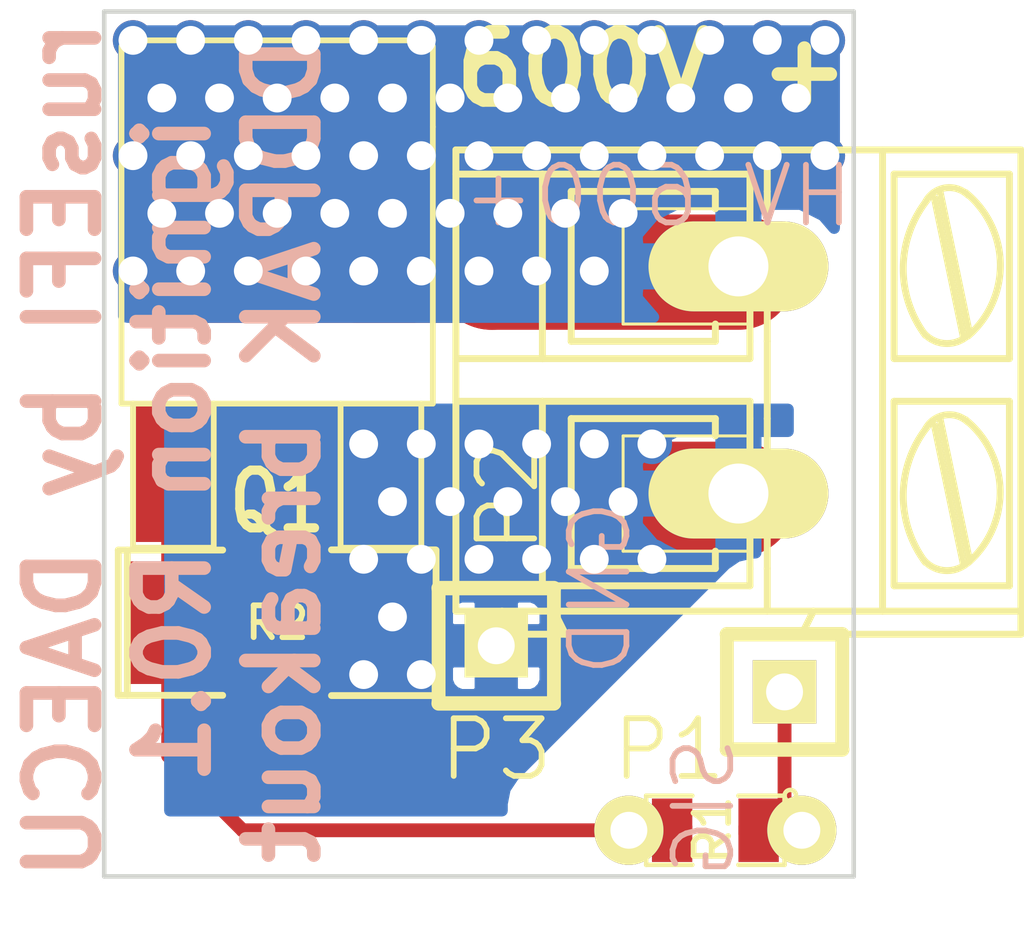
<source format=kicad_pcb>
(kicad_pcb (version 3) (host pcbnew "(2013-07-07 BZR 4022)-stable")

  (general
    (links 11)
    (no_connects 0)
    (area 200.225429 155.709477 231.089201 180.234166)
    (thickness 1.6)
    (drawings 13)
    (tracks 188)
    (zones 0)
    (modules 6)
    (nets 5)
  )

  (page A)
  (title_block 
    (title "DDPAK breakout")
    (rev R0.1)
    (company rusEFI)
  )

  (layers
    (15 F.Cu signal)
    (0 B.Cu signal)
    (16 B.Adhes user)
    (17 F.Adhes user)
    (18 B.Paste user)
    (19 F.Paste user)
    (20 B.SilkS user)
    (21 F.SilkS user)
    (22 B.Mask user)
    (23 F.Mask user)
    (24 Dwgs.User user)
    (25 Cmts.User user)
    (26 Eco1.User user)
    (27 Eco2.User user)
    (28 Edge.Cuts user)
  )

  (setup
    (last_trace_width 0.3048)
    (trace_clearance 0.3048)
    (zone_clearance 0.254)
    (zone_45_only no)
    (trace_min 0.254)
    (segment_width 0.2)
    (edge_width 0.1)
    (via_size 0.889)
    (via_drill 0.635)
    (via_min_size 0.889)
    (via_min_drill 0.508)
    (uvia_size 0.508)
    (uvia_drill 0.127)
    (uvias_allowed no)
    (uvia_min_size 0.508)
    (uvia_min_drill 0.127)
    (pcb_text_width 0.3)
    (pcb_text_size 1.5 1.5)
    (mod_edge_width 0.15)
    (mod_text_size 1 1)
    (mod_text_width 0.15)
    (pad_size 1.5 1.5)
    (pad_drill 0.6)
    (pad_to_mask_clearance 0)
    (aux_axis_origin 0 0)
    (visible_elements 7FFFFF3F)
    (pcbplotparams
      (layerselection 3178497)
      (usegerberextensions true)
      (excludeedgelayer true)
      (linewidth 0.150000)
      (plotframeref false)
      (viasonmask false)
      (mode 1)
      (useauxorigin false)
      (hpglpennumber 1)
      (hpglpenspeed 20)
      (hpglpendiameter 15)
      (hpglpenoverlay 2)
      (psnegative false)
      (psa4output false)
      (plotreference true)
      (plotvalue true)
      (plotothertext true)
      (plotinvisibletext false)
      (padsonsilk false)
      (subtractmaskfromsilk false)
      (outputformat 1)
      (mirror false)
      (drillshape 1)
      (scaleselection 1)
      (outputdirectory ""))
  )

  (net 0 "")
  (net 1 /GND)
  (net 2 /HV)
  (net 3 /SIG)
  (net 4 /SIG2)

  (net_class Default "This is the default net class."
    (clearance 0.3048)
    (trace_width 0.3048)
    (via_dia 0.889)
    (via_drill 0.635)
    (uvia_dia 0.508)
    (uvia_drill 0.127)
    (add_net "")
    (add_net /GND)
    (add_net /HV)
    (add_net /SIG)
    (add_net /SIG2)
  )

  (net_class FAT ""
    (clearance 1.7526)
    (trace_width 2.54)
    (via_dia 0.889)
    (via_drill 0.635)
    (uvia_dia 0.508)
    (uvia_drill 0.127)
  )

  (net_class MIN ""
    (clearance 2.54)
    (trace_width 0.3048)
    (via_dia 0.889)
    (via_drill 0.635)
    (uvia_dia 0.508)
    (uvia_drill 0.127)
  )

  (module SM0805_jumper (layer F.Cu) (tedit 53B680BA) (tstamp 544A797B)
    (at 221.742 176.784 180)
    (path /54499D02)
    (attr smd)
    (fp_text reference R1 (at 0.0635 0 270) (layer F.SilkS)
      (effects (font (size 0.762 0.762) (thickness 0.127)))
    )
    (fp_text value 1K (at 0 1.27 180) (layer F.SilkS) hide
      (effects (font (size 0.50038 0.50038) (thickness 0.10922)))
    )
    (fp_circle (center -1.651 0.762) (end -1.651 0.635) (layer F.SilkS) (width 0.09906))
    (fp_line (start -0.508 0.762) (end -1.524 0.762) (layer F.SilkS) (width 0.09906))
    (fp_line (start -1.524 0.762) (end -1.524 -0.762) (layer F.SilkS) (width 0.09906))
    (fp_line (start -1.524 -0.762) (end -0.508 -0.762) (layer F.SilkS) (width 0.09906))
    (fp_line (start 0.508 -0.762) (end 1.524 -0.762) (layer F.SilkS) (width 0.09906))
    (fp_line (start 1.524 -0.762) (end 1.524 0.762) (layer F.SilkS) (width 0.09906))
    (fp_line (start 1.524 0.762) (end 0.508 0.762) (layer F.SilkS) (width 0.09906))
    (pad 2 smd rect (at 1.27 0 180) (size 1.524 0.2032)
      (layers F.Cu F.Paste F.Mask)
      (net 4 /SIG2)
    )
    (pad 1 smd rect (at -0.9525 0 180) (size 0.889 1.397)
      (layers F.Cu F.Paste F.Mask)
      (net 3 /SIG)
    )
    (pad 2 smd rect (at 0.9525 0 180) (size 0.889 1.397)
      (layers F.Cu F.Paste F.Mask)
      (net 4 /SIG2)
    )
    (pad 2 thru_hole circle (at 1.905 0 180) (size 1.524 1.524) (drill 0.8128)
      (layers *.Cu *.Mask F.SilkS)
      (net 4 /SIG2)
    )
    (pad 1 thru_hole circle (at -1.905 0 180) (size 1.524 1.524) (drill 0.8128)
      (layers *.Cu *.Mask F.SilkS)
      (net 3 /SIG)
    )
    (pad 1 smd rect (at -1.27 0 180) (size 1.524 0.2032)
      (layers F.Cu F.Paste F.Mask)
      (net 3 /SIG)
    )
    (model smd/chip_cms.wrl
      (at (xyz 0 0 0))
      (scale (xyz 0.1 0.1 0.1))
      (rotate (xyz 0 0 0))
    )
  )

  (module DPAK2 (layer F.Cu) (tedit 5449A3A9) (tstamp 5449C06D)
    (at 212.09 168.91)
    (descr "MOS boitier DPACK G-D-S")
    (tags "CMD DPACK")
    (path /54499B8E)
    (attr smd)
    (fp_text reference Q1 (at 0 0.635) (layer F.SilkS)
      (effects (font (size 1.27 1.016) (thickness 0.2032)))
    )
    (fp_text value IRGS14C40L (at 0 -2.413) (layer F.SilkS) hide
      (effects (font (size 1.016 1.016) (thickness 0.2032)))
    )
    (fp_line (start 1.397 -1.524) (end 1.397 1.651) (layer F.SilkS) (width 0.127))
    (fp_line (start 1.397 1.651) (end 3.175 1.651) (layer F.SilkS) (width 0.127))
    (fp_line (start 3.175 1.651) (end 3.175 -1.524) (layer F.SilkS) (width 0.127))
    (fp_line (start -3.175 -1.524) (end -3.175 1.651) (layer F.SilkS) (width 0.127))
    (fp_line (start -3.175 1.651) (end -1.397 1.651) (layer F.SilkS) (width 0.127))
    (fp_line (start -1.397 1.651) (end -1.397 -1.524) (layer F.SilkS) (width 0.127))
    (fp_line (start 3.429 -7.62) (end 3.429 -1.524) (layer F.SilkS) (width 0.127))
    (fp_line (start 3.429 -1.524) (end -3.429 -1.524) (layer F.SilkS) (width 0.127))
    (fp_line (start -3.429 -1.524) (end -3.429 -9.398) (layer F.SilkS) (width 0.127))
    (fp_line (start -3.429 -9.525) (end 3.429 -9.525) (layer F.SilkS) (width 0.127))
    (fp_line (start 3.429 -9.398) (end 3.429 -7.62) (layer F.SilkS) (width 0.127))
    (pad 1 smd rect (at -2.286 0) (size 1.651 3.048)
      (layers F.Cu F.Paste F.Mask)
      (net 4 /SIG2)
    )
    (pad 2 smd rect (at 0 -6.35) (size 6.096 6.096)
      (layers F.Cu F.Paste F.Mask)
      (net 2 /HV)
    )
    (pad 3 smd rect (at 2.286 0) (size 1.651 3.048)
      (layers F.Cu F.Paste F.Mask)
      (net 1 /GND)
    )
    (model smd/dpack_2.wrl
      (at (xyz 0 0 0))
      (scale (xyz 1 1 1))
      (rotate (xyz 0 0 0))
    )
  )

  (module AK300-2 (layer F.Cu) (tedit 544A157D) (tstamp 544A2601)
    (at 222.25 166.878 270)
    (descr CONNECTOR)
    (tags CONNECTOR)
    (path /5449A1BA)
    (attr virtual)
    (fp_text reference P2 (at 2.54 5.08 270) (layer F.SilkS)
      (effects (font (size 1.27 1.27) (thickness 0.127)))
    )
    (fp_text value CONN_2 (at 0.254 7.747 270) (layer F.SilkS) hide
      (effects (font (size 1.778 1.778) (thickness 0.0889)))
    )
    (fp_line (start -3.7846 2.54) (end -1.2446 2.54) (layer F.SilkS) (width 0.06604))
    (fp_line (start -1.2446 2.54) (end -1.2446 -0.254) (layer F.SilkS) (width 0.06604))
    (fp_line (start -3.7846 -0.254) (end -1.2446 -0.254) (layer F.SilkS) (width 0.06604))
    (fp_line (start -3.7846 2.54) (end -3.7846 -0.254) (layer F.SilkS) (width 0.06604))
    (fp_line (start 1.2192 2.54) (end 3.7592 2.54) (layer F.SilkS) (width 0.06604))
    (fp_line (start 3.7592 2.54) (end 3.7592 -0.254) (layer F.SilkS) (width 0.06604))
    (fp_line (start 1.2192 -0.254) (end 3.7592 -0.254) (layer F.SilkS) (width 0.06604))
    (fp_line (start 1.2192 2.54) (end 1.2192 -0.254) (layer F.SilkS) (width 0.06604))
    (fp_line (start 5.08 -6.223) (end 5.08 -3.175) (layer F.SilkS) (width 0.1524))
    (fp_line (start 5.08 -6.223) (end -5.08 -6.223) (layer F.SilkS) (width 0.1524))
    (fp_line (start 5.08 -6.223) (end 5.588 -6.223) (layer F.SilkS) (width 0.1524))
    (fp_line (start 5.588 -6.223) (end 5.588 -1.397) (layer F.SilkS) (width 0.1524))
    (fp_line (start 5.588 -1.397) (end 5.08 -1.651) (layer F.SilkS) (width 0.1524))
    (fp_line (start 5.588 5.461) (end 5.08 5.207) (layer F.SilkS) (width 0.1524))
    (fp_line (start 5.08 5.207) (end 5.08 6.223) (layer F.SilkS) (width 0.1524))
    (fp_line (start 5.588 3.81) (end 5.08 4.064) (layer F.SilkS) (width 0.1524))
    (fp_line (start 5.08 4.064) (end 5.08 5.207) (layer F.SilkS) (width 0.1524))
    (fp_line (start 5.588 3.81) (end 5.588 5.461) (layer F.SilkS) (width 0.1524))
    (fp_line (start 0.4572 6.223) (end 0.4572 4.318) (layer F.SilkS) (width 0.1524))
    (fp_line (start 4.5212 -0.254) (end 4.5212 4.318) (layer F.SilkS) (width 0.1524))
    (fp_line (start 0.4572 6.223) (end 4.5212 6.223) (layer F.SilkS) (width 0.1524))
    (fp_line (start 4.5212 6.223) (end 5.08 6.223) (layer F.SilkS) (width 0.1524))
    (fp_line (start -0.4826 6.223) (end -0.4826 4.318) (layer F.SilkS) (width 0.1524))
    (fp_line (start -0.4826 6.223) (end 0.4572 6.223) (layer F.SilkS) (width 0.1524))
    (fp_line (start -4.5466 -0.254) (end -4.5466 4.318) (layer F.SilkS) (width 0.1524))
    (fp_line (start -5.08 6.223) (end -4.5466 6.223) (layer F.SilkS) (width 0.1524))
    (fp_line (start -4.5466 6.223) (end -0.4826 6.223) (layer F.SilkS) (width 0.1524))
    (fp_line (start 0.4572 4.318) (end 4.5212 4.318) (layer F.SilkS) (width 0.1524))
    (fp_line (start 0.4572 4.318) (end 0.4572 -0.254) (layer F.SilkS) (width 0.1524))
    (fp_line (start 4.5212 4.318) (end 4.5212 6.223) (layer F.SilkS) (width 0.1524))
    (fp_line (start -0.4826 4.318) (end -4.5466 4.318) (layer F.SilkS) (width 0.1524))
    (fp_line (start -0.4826 4.318) (end -0.4826 -0.254) (layer F.SilkS) (width 0.1524))
    (fp_line (start -4.5466 4.318) (end -4.5466 6.223) (layer F.SilkS) (width 0.1524))
    (fp_line (start 4.1402 3.683) (end 4.1402 0.508) (layer F.SilkS) (width 0.1524))
    (fp_line (start 4.1402 3.683) (end 0.8382 3.683) (layer F.SilkS) (width 0.1524))
    (fp_line (start 0.8382 3.683) (end 0.8382 0.508) (layer F.SilkS) (width 0.1524))
    (fp_line (start -0.8636 3.683) (end -0.8636 0.508) (layer F.SilkS) (width 0.1524))
    (fp_line (start -0.8636 3.683) (end -4.1656 3.683) (layer F.SilkS) (width 0.1524))
    (fp_line (start -4.1656 3.683) (end -4.1656 0.508) (layer F.SilkS) (width 0.1524))
    (fp_line (start -4.1656 0.508) (end -3.7846 0.508) (layer F.SilkS) (width 0.1524))
    (fp_line (start -0.8636 0.508) (end -1.2446 0.508) (layer F.SilkS) (width 0.1524))
    (fp_line (start 0.8382 0.508) (end 1.2192 0.508) (layer F.SilkS) (width 0.1524))
    (fp_line (start 4.1402 0.508) (end 3.7592 0.508) (layer F.SilkS) (width 0.1524))
    (fp_line (start -5.08 6.223) (end -5.08 -0.635) (layer F.SilkS) (width 0.1524))
    (fp_line (start -5.08 -0.635) (end -5.08 -3.175) (layer F.SilkS) (width 0.1524))
    (fp_line (start 5.08 -1.651) (end 5.08 -0.635) (layer F.SilkS) (width 0.1524))
    (fp_line (start 5.08 -0.635) (end 5.08 4.064) (layer F.SilkS) (width 0.1524))
    (fp_line (start -5.08 -3.175) (end 5.08 -3.175) (layer F.SilkS) (width 0.1524))
    (fp_line (start -5.08 -3.175) (end -5.08 -6.223) (layer F.SilkS) (width 0.1524))
    (fp_line (start 5.08 -3.175) (end 5.08 -1.651) (layer F.SilkS) (width 0.1524))
    (fp_line (start 0.4572 -3.429) (end 0.4572 -5.969) (layer F.SilkS) (width 0.1524))
    (fp_line (start 0.4572 -5.969) (end 4.5212 -5.969) (layer F.SilkS) (width 0.1524))
    (fp_line (start 4.5212 -5.969) (end 4.5212 -3.429) (layer F.SilkS) (width 0.1524))
    (fp_line (start 4.5212 -3.429) (end 0.4572 -3.429) (layer F.SilkS) (width 0.1524))
    (fp_line (start -0.4826 -3.429) (end -0.4826 -5.969) (layer F.SilkS) (width 0.1524))
    (fp_line (start -0.4826 -3.429) (end -4.5466 -3.429) (layer F.SilkS) (width 0.1524))
    (fp_line (start -4.5466 -3.429) (end -4.5466 -5.969) (layer F.SilkS) (width 0.1524))
    (fp_line (start -0.4826 -5.969) (end -4.5466 -5.969) (layer F.SilkS) (width 0.1524))
    (fp_line (start 0.8636 -4.445) (end 3.9116 -5.08) (layer F.SilkS) (width 0.1524))
    (fp_line (start 0.9906 -4.318) (end 4.0386 -4.953) (layer F.SilkS) (width 0.1524))
    (fp_line (start -4.1402 -4.445) (end -1.08966 -5.08) (layer F.SilkS) (width 0.1524))
    (fp_line (start -4.0132 -4.318) (end -0.9652 -4.953) (layer F.SilkS) (width 0.1524))
    (fp_line (start -4.5466 -0.254) (end -4.1656 -0.254) (layer F.SilkS) (width 0.1524))
    (fp_line (start -0.4826 -0.254) (end -0.8636 -0.254) (layer F.SilkS) (width 0.1524))
    (fp_line (start -0.8636 -0.254) (end -4.1656 -0.254) (layer F.SilkS) (width 0.1524))
    (fp_line (start -5.08 -0.635) (end -4.1656 -0.635) (layer F.SilkS) (width 0.1524))
    (fp_line (start -4.1656 -0.635) (end -0.8636 -0.635) (layer F.SilkS) (width 0.1524))
    (fp_line (start -0.8636 -0.635) (end 0.8382 -0.635) (layer F.SilkS) (width 0.1524))
    (fp_line (start 5.08 -0.635) (end 4.1402 -0.635) (layer F.SilkS) (width 0.1524))
    (fp_line (start 4.1402 -0.635) (end 0.8382 -0.635) (layer F.SilkS) (width 0.1524))
    (fp_line (start 4.5212 -0.254) (end 4.1402 -0.254) (layer F.SilkS) (width 0.1524))
    (fp_line (start 0.4572 -0.254) (end 0.8382 -0.254) (layer F.SilkS) (width 0.1524))
    (fp_line (start 0.8382 -0.254) (end 4.1402 -0.254) (layer F.SilkS) (width 0.1524))
    (fp_arc (start 3.5052 -4.59486) (end 4.01066 -5.05206) (angle 90.5) (layer F.SilkS) (width 0.1524))
    (fp_arc (start 2.54 -6.0706) (end 4.00304 -4.11734) (angle 75.5) (layer F.SilkS) (width 0.1524))
    (fp_arc (start 2.46126 -3.7084) (end 0.8636 -5.0038) (angle 100) (layer F.SilkS) (width 0.1524))
    (fp_arc (start 1.3462 -4.64566) (end 1.05664 -4.1275) (angle 104.2) (layer F.SilkS) (width 0.1524))
    (fp_arc (start -1.4986 -4.59486) (end -0.9906 -5.05206) (angle 90.5) (layer F.SilkS) (width 0.1524))
    (fp_arc (start -2.46126 -6.0706) (end -0.99822 -4.11734) (angle 75.5) (layer F.SilkS) (width 0.1524))
    (fp_arc (start -2.53746 -3.7084) (end -4.1402 -5.0038) (angle 100) (layer F.SilkS) (width 0.1524))
    (fp_arc (start -3.6576 -4.64566) (end -3.94462 -4.1275) (angle 104.2) (layer F.SilkS) (width 0.1524))
    (pad 1 thru_hole oval (at -2.5146 0 270) (size 1.9812 3.9624) (drill 1.3208)
      (layers *.Cu F.Paste F.SilkS F.Mask)
      (net 2 /HV)
    )
    (pad 2 thru_hole oval (at 2.4892 0 270) (size 1.9812 3.9624) (drill 1.3208)
      (layers *.Cu F.Paste F.SilkS F.Mask)
      (net 1 /GND)
    )
  )

  (module SM2010 (layer F.Cu) (tedit 544A1B10) (tstamp 5449C04A)
    (at 212.09 172.212)
    (tags "CMS SM")
    (path /54499C42)
    (attr smd)
    (fp_text reference R2 (at 0 0) (layer F.SilkS)
      (effects (font (size 0.70104 0.70104) (thickness 0.127)))
    )
    (fp_text value 100K (at 0 0.8) (layer F.SilkS) hide
      (effects (font (size 0.70104 0.70104) (thickness 0.127)))
    )
    (fp_line (start -3.3 -1.6) (end -3.3 1.6) (layer F.SilkS) (width 0.15))
    (fp_line (start 3.50012 -1.6002) (end 3.50012 1.6002) (layer F.SilkS) (width 0.15))
    (fp_line (start -3.5 -1.6) (end -3.5 1.6) (layer F.SilkS) (width 0.15))
    (fp_line (start 1.19634 1.60528) (end 3.48234 1.60528) (layer F.SilkS) (width 0.15))
    (fp_line (start 3.48234 -1.60528) (end 1.19634 -1.60528) (layer F.SilkS) (width 0.15))
    (fp_line (start -1.2 -1.6) (end -3.5 -1.6) (layer F.SilkS) (width 0.15))
    (fp_line (start -3.5 1.6) (end -1.2 1.6) (layer F.SilkS) (width 0.15))
    (pad 1 smd rect (at -2.4003 0) (size 1.80086 2.70002)
      (layers F.Cu F.Paste F.Mask)
      (net 4 /SIG2)
    )
    (pad 2 smd rect (at 2.4003 0) (size 1.80086 2.70002)
      (layers F.Cu F.Paste F.Mask)
      (net 1 /GND)
    )
    (model smd\chip_smd_pol_wide.wrl
      (at (xyz 0 0 0))
      (scale (xyz 0.35 0.35 0.35))
      (rotate (xyz 0 0 0))
    )
  )

  (module SIL-1 (layer F.Cu) (tedit 544A1D71) (tstamp 544A798F)
    (at 216.916 172.72)
    (descr "Connecteurs 1 pin")
    (tags "CONN DEV")
    (path /544A1CD8)
    (fp_text reference P3 (at 0 2.286) (layer F.SilkS)
      (effects (font (size 1.27 1.27) (thickness 0.127)))
    )
    (fp_text value CONN_1 (at 0 -2.54) (layer F.SilkS) hide
      (effects (font (size 1.524 1.016) (thickness 0.254)))
    )
    (fp_line (start -1.27 1.27) (end 1.27 1.27) (layer F.SilkS) (width 0.3175))
    (fp_line (start -1.27 -1.27) (end 1.27 -1.27) (layer F.SilkS) (width 0.3175))
    (fp_line (start -1.27 1.27) (end -1.27 -1.27) (layer F.SilkS) (width 0.3048))
    (fp_line (start 1.27 -1.27) (end 1.27 1.27) (layer F.SilkS) (width 0.3048))
    (pad 1 thru_hole rect (at 0 0) (size 1.397 1.397) (drill 0.8128)
      (layers *.Cu *.Mask F.SilkS)
      (net 1 /GND)
    )
  )

  (module SIL-1 (layer F.Cu) (tedit 544A1F68) (tstamp 544A7985)
    (at 223.266 173.736 180)
    (descr "Connecteurs 1 pin")
    (tags "CONN DEV")
    (path /544A1CBF)
    (fp_text reference P1 (at 2.54 -1.27 180) (layer F.SilkS)
      (effects (font (size 1.27 1.27) (thickness 0.127)))
    )
    (fp_text value CONN_1 (at 0 -2.54 180) (layer F.SilkS) hide
      (effects (font (size 1.524 1.016) (thickness 0.254)))
    )
    (fp_line (start -1.27 1.27) (end 1.27 1.27) (layer F.SilkS) (width 0.3175))
    (fp_line (start -1.27 -1.27) (end 1.27 -1.27) (layer F.SilkS) (width 0.3175))
    (fp_line (start -1.27 1.27) (end -1.27 -1.27) (layer F.SilkS) (width 0.3048))
    (fp_line (start 1.27 -1.27) (end 1.27 1.27) (layer F.SilkS) (width 0.3048))
    (pad 1 thru_hole rect (at 0 0 180) (size 1.397 1.397) (drill 0.8128)
      (layers *.Cu *.Mask F.SilkS)
      (net 3 /SIG)
    )
  )

  (gr_text "HV 600+" (at 220.472 162.814) (layer B.SilkS)
    (effects (font (size 1.27 1.27) (thickness 0.127)) (justify mirror))
  )
  (gr_text SIG (at 221.488 176.276 90) (layer B.SilkS)
    (effects (font (size 1.27 1.27) (thickness 0.127)) (justify mirror))
  )
  (gr_text GND (at 219.202 171.45 90) (layer B.SilkS)
    (effects (font (size 1.27 1.27) (thickness 0.127)) (justify mirror))
  )
  (gr_text "rusEFI by DAECU\nignition R0.1\nDDPAK breakout\n" (at 209.804 168.402 90) (layer B.SilkS)
    (effects (font (size 1.5 1.5) (thickness 0.3)) (justify mirror))
  )
  (gr_line (start 208.28 177.8) (end 208.28 177.038) (angle 90) (layer Edge.Cuts) (width 0.1))
  (gr_line (start 224.79 177.8) (end 224.79 177.038) (angle 90) (layer Edge.Cuts) (width 0.1))
  (gr_line (start 208.28 176.53) (end 208.28 177.038) (angle 90) (layer Edge.Cuts) (width 0.1))
  (gr_line (start 224.79 176.53) (end 224.79 177.038) (angle 90) (layer Edge.Cuts) (width 0.1))
  (gr_text "600V +" (at 220.345 160.02) (layer F.SilkS)
    (effects (font (size 1.5 1.5) (thickness 0.3)))
  )
  (gr_line (start 224.79 177.8) (end 208.28 177.8) (angle 90) (layer Edge.Cuts) (width 0.1))
  (gr_line (start 224.79 158.75) (end 224.79 176.53) (angle 90) (layer Edge.Cuts) (width 0.1))
  (gr_line (start 208.28 158.75) (end 224.79 158.75) (angle 90) (layer Edge.Cuts) (width 0.1))
  (gr_line (start 208.28 176.53) (end 208.28 158.75) (angle 90) (layer Edge.Cuts) (width 0.1))

  (segment (start 222.25 169.3672) (end 215.0872 169.3672) (width 0.3048) (layer B.Cu) (net 1))
  (segment (start 215.0872 169.3672) (end 213.995 168.275) (width 0.3048) (layer B.Cu) (net 1) (tstamp 544A7AE7))
  (via (at 213.995 168.275) (size 0.889) (layers F.Cu B.Cu) (net 1))
  (segment (start 213.995 168.275) (end 215.265 168.275) (width 0.3048) (layer F.Cu) (net 1) (tstamp 544A7AE9))
  (via (at 215.265 168.275) (size 0.889) (layers F.Cu B.Cu) (net 1))
  (segment (start 215.265 168.275) (end 216.535 168.275) (width 0.3048) (layer B.Cu) (net 1) (tstamp 544A7AEC))
  (via (at 216.535 168.275) (size 0.889) (layers F.Cu B.Cu) (net 1))
  (segment (start 216.535 168.275) (end 217.805 168.275) (width 0.3048) (layer F.Cu) (net 1) (tstamp 544A7AEF))
  (via (at 217.805 168.275) (size 0.889) (layers F.Cu B.Cu) (net 1))
  (segment (start 217.805 168.275) (end 219.075 168.275) (width 0.3048) (layer B.Cu) (net 1) (tstamp 544A7AF2))
  (via (at 219.075 168.275) (size 0.889) (layers F.Cu B.Cu) (net 1))
  (segment (start 219.075 168.275) (end 220.345 168.275) (width 0.3048) (layer F.Cu) (net 1) (tstamp 544A7AF5))
  (via (at 220.345 168.275) (size 0.889) (layers F.Cu B.Cu) (net 1))
  (segment (start 220.345 168.275) (end 219.71 168.91) (width 0.3048) (layer B.Cu) (net 1) (tstamp 544A7AF8))
  (segment (start 219.71 168.91) (end 219.71 169.545) (width 0.3048) (layer B.Cu) (net 1) (tstamp 544A7AF9))
  (via (at 219.71 169.545) (size 0.889) (layers F.Cu B.Cu) (net 1))
  (segment (start 219.71 169.545) (end 218.44 169.545) (width 0.3048) (layer F.Cu) (net 1) (tstamp 544A7AFB))
  (via (at 218.44 169.545) (size 0.889) (layers F.Cu B.Cu) (net 1))
  (segment (start 218.44 169.545) (end 217.17 169.545) (width 0.3048) (layer B.Cu) (net 1) (tstamp 544A7AFE))
  (via (at 217.17 169.545) (size 0.889) (layers F.Cu B.Cu) (net 1))
  (segment (start 217.17 169.545) (end 215.9 169.545) (width 0.3048) (layer F.Cu) (net 1) (tstamp 544A7B01))
  (via (at 215.9 169.545) (size 0.889) (layers F.Cu B.Cu) (net 1))
  (segment (start 215.9 169.545) (end 214.63 169.545) (width 0.3048) (layer B.Cu) (net 1) (tstamp 544A7B04))
  (via (at 214.63 169.545) (size 0.889) (layers F.Cu B.Cu) (net 1))
  (segment (start 214.63 169.545) (end 213.995 170.18) (width 0.3048) (layer F.Cu) (net 1) (tstamp 544A7B07))
  (segment (start 213.995 170.18) (end 213.995 170.815) (width 0.3048) (layer F.Cu) (net 1) (tstamp 544A7B08))
  (via (at 213.995 170.815) (size 0.889) (layers F.Cu B.Cu) (net 1))
  (segment (start 213.995 170.815) (end 215.265 170.815) (width 0.3048) (layer B.Cu) (net 1) (tstamp 544A7B0A))
  (via (at 215.265 170.815) (size 0.889) (layers F.Cu B.Cu) (net 1))
  (segment (start 215.265 170.815) (end 216.535 170.815) (width 0.3048) (layer F.Cu) (net 1) (tstamp 544A7B0D))
  (via (at 216.535 170.815) (size 0.889) (layers F.Cu B.Cu) (net 1))
  (segment (start 216.535 170.815) (end 217.805 170.815) (width 0.3048) (layer B.Cu) (net 1) (tstamp 544A7B10))
  (via (at 217.805 170.815) (size 0.889) (layers F.Cu B.Cu) (net 1))
  (segment (start 217.805 170.815) (end 219.075 170.815) (width 0.3048) (layer F.Cu) (net 1) (tstamp 544A7B13))
  (via (at 219.075 170.815) (size 0.889) (layers F.Cu B.Cu) (net 1))
  (segment (start 219.075 170.815) (end 220.345 170.815) (width 0.3048) (layer B.Cu) (net 1) (tstamp 544A7B16))
  (via (at 220.345 170.815) (size 0.889) (layers F.Cu B.Cu) (net 1))
  (segment (start 220.345 170.815) (end 215.265 170.815) (width 0.3048) (layer F.Cu) (net 1) (tstamp 544A7B19))
  (segment (start 215.265 170.815) (end 214.63 171.45) (width 0.3048) (layer F.Cu) (net 1) (tstamp 544A7B1A))
  (segment (start 214.63 171.45) (end 214.63 172.085) (width 0.3048) (layer F.Cu) (net 1) (tstamp 544A7B1B))
  (via (at 214.63 172.085) (size 0.889) (layers F.Cu B.Cu) (net 1))
  (segment (start 214.63 172.085) (end 213.995 172.72) (width 0.3048) (layer B.Cu) (net 1) (tstamp 544A7B1D))
  (segment (start 213.995 172.72) (end 213.995 173.355) (width 0.3048) (layer B.Cu) (net 1) (tstamp 544A7B1E))
  (via (at 213.995 173.355) (size 0.889) (layers F.Cu B.Cu) (net 1))
  (segment (start 213.995 173.355) (end 215.265 173.355) (width 0.3048) (layer F.Cu) (net 1) (tstamp 544A7B21))
  (via (at 215.265 173.355) (size 0.889) (layers F.Cu B.Cu) (net 1))
  (segment (start 216.916 172.72) (end 214.9983 172.72) (width 0.3048) (layer F.Cu) (net 1))
  (segment (start 214.9983 172.72) (end 214.4903 172.212) (width 0.3048) (layer F.Cu) (net 1) (tstamp 544A7A2A))
  (segment (start 222.25 169.4942) (end 214.9602 169.4942) (width 2.54) (layer F.Cu) (net 1))
  (segment (start 214.9602 169.4942) (end 214.376 168.91) (width 2.54) (layer F.Cu) (net 1) (tstamp 544A26A4))
  (segment (start 214.4903 172.212) (end 214.4903 169.0243) (width 0.3048) (layer F.Cu) (net 1))
  (segment (start 214.4903 169.0243) (end 214.376 168.91) (width 0.3048) (layer F.Cu) (net 1) (tstamp 544A77FE))
  (segment (start 212.09 162.56) (end 212.725 162.56) (width 0.3048) (layer F.Cu) (net 2))
  (segment (start 212.725 162.56) (end 213.36 163.195) (width 0.3048) (layer F.Cu) (net 2) (tstamp 544A7AD1))
  (via (at 213.36 163.195) (size 0.889) (layers F.Cu B.Cu) (net 2))
  (segment (start 213.36 163.195) (end 212.09 163.195) (width 0.3048) (layer B.Cu) (net 2) (tstamp 544A7AD3))
  (via (at 212.09 163.195) (size 0.889) (layers F.Cu B.Cu) (net 2))
  (segment (start 212.09 163.195) (end 213.36 164.465) (width 0.3048) (layer F.Cu) (net 2) (tstamp 544A7AD6))
  (segment (start 213.36 164.465) (end 213.995 164.465) (width 0.3048) (layer F.Cu) (net 2) (tstamp 544A7AD7))
  (via (at 213.995 164.465) (size 0.889) (layers F.Cu B.Cu) (net 2))
  (segment (start 213.995 164.465) (end 215.265 164.465) (width 0.3048) (layer B.Cu) (net 2) (tstamp 544A7AD9))
  (via (at 215.265 164.465) (size 0.889) (layers F.Cu B.Cu) (net 2))
  (segment (start 215.265 164.465) (end 216.535 164.465) (width 0.3048) (layer F.Cu) (net 2) (tstamp 544A7ADC))
  (via (at 216.535 164.465) (size 0.889) (layers F.Cu B.Cu) (net 2))
  (segment (start 216.535 164.465) (end 217.805 164.465) (width 0.3048) (layer B.Cu) (net 2) (tstamp 544A7ADF))
  (via (at 217.805 164.465) (size 0.889) (layers F.Cu B.Cu) (net 2))
  (segment (start 217.805 164.465) (end 219.075 164.465) (width 0.3048) (layer F.Cu) (net 2) (tstamp 544A7AE2))
  (via (at 219.075 164.465) (size 0.889) (layers F.Cu B.Cu) (net 2))
  (segment (start 208.915 161.925) (end 208.915 162.56) (width 0.3048) (layer F.Cu) (net 2))
  (segment (start 208.915 162.56) (end 209.55 163.195) (width 0.3048) (layer F.Cu) (net 2) (tstamp 544A7ABB))
  (via (at 209.55 163.195) (size 0.889) (layers F.Cu B.Cu) (net 2))
  (segment (start 209.55 163.195) (end 210.82 163.195) (width 0.3048) (layer B.Cu) (net 2) (tstamp 544A7ABD))
  (via (at 210.82 163.195) (size 0.889) (layers F.Cu B.Cu) (net 2))
  (segment (start 210.82 163.195) (end 209.55 164.465) (width 0.3048) (layer F.Cu) (net 2) (tstamp 544A7AC0))
  (segment (start 209.55 164.465) (end 208.915 164.465) (width 0.3048) (layer F.Cu) (net 2) (tstamp 544A7AC1))
  (via (at 208.915 164.465) (size 0.889) (layers F.Cu B.Cu) (net 2))
  (segment (start 208.915 164.465) (end 210.185 164.465) (width 0.3048) (layer B.Cu) (net 2) (tstamp 544A7AC3))
  (via (at 210.185 164.465) (size 0.889) (layers F.Cu B.Cu) (net 2))
  (segment (start 210.185 164.465) (end 211.455 164.465) (width 0.3048) (layer F.Cu) (net 2) (tstamp 544A7AC6))
  (via (at 211.455 164.465) (size 0.889) (layers F.Cu B.Cu) (net 2))
  (segment (start 211.455 164.465) (end 212.725 164.465) (width 0.3048) (layer B.Cu) (net 2) (tstamp 544A7AC9))
  (via (at 212.725 164.465) (size 0.889) (layers F.Cu B.Cu) (net 2))
  (segment (start 212.725 164.465) (end 212.7504 164.4904) (width 0.3048) (layer F.Cu) (net 2) (tstamp 544A7ACC))
  (segment (start 212.7504 164.4904) (end 213.7156 164.4904) (width 0.3048) (layer F.Cu) (net 2) (tstamp 544A7ACD))
  (segment (start 213.7156 164.4904) (end 213.868 164.338) (width 0.3048) (layer F.Cu) (net 2) (tstamp 544A7ACE))
  (segment (start 213.868 164.338) (end 212.09 162.56) (width 0.3048) (layer F.Cu) (net 2) (tstamp 544A7ACF))
  (segment (start 224.155 159.385) (end 224.155 160.02) (width 0.3048) (layer F.Cu) (net 2))
  (segment (start 224.155 160.02) (end 223.52 160.655) (width 0.3048) (layer F.Cu) (net 2) (tstamp 544A7A5F))
  (via (at 223.52 160.655) (size 0.889) (layers F.Cu B.Cu) (net 2))
  (segment (start 223.52 160.655) (end 222.25 160.655) (width 0.3048) (layer B.Cu) (net 2) (tstamp 544A7A61))
  (via (at 222.25 160.655) (size 0.889) (layers F.Cu B.Cu) (net 2))
  (segment (start 222.25 160.655) (end 220.98 160.655) (width 0.3048) (layer F.Cu) (net 2) (tstamp 544A7A64))
  (via (at 220.98 160.655) (size 0.889) (layers F.Cu B.Cu) (net 2))
  (segment (start 220.98 160.655) (end 219.71 160.655) (width 0.3048) (layer B.Cu) (net 2) (tstamp 544A7A67))
  (via (at 219.71 160.655) (size 0.889) (layers F.Cu B.Cu) (net 2))
  (segment (start 219.71 160.655) (end 218.44 160.655) (width 0.3048) (layer F.Cu) (net 2) (tstamp 544A7A6A))
  (via (at 218.44 160.655) (size 0.889) (layers F.Cu B.Cu) (net 2))
  (segment (start 218.44 160.655) (end 217.17 160.655) (width 0.3048) (layer B.Cu) (net 2) (tstamp 544A7A6D))
  (via (at 217.17 160.655) (size 0.889) (layers F.Cu B.Cu) (net 2))
  (segment (start 217.17 160.655) (end 215.9 160.655) (width 0.3048) (layer F.Cu) (net 2) (tstamp 544A7A70))
  (via (at 215.9 160.655) (size 0.889) (layers F.Cu B.Cu) (net 2))
  (segment (start 215.9 160.655) (end 214.63 160.655) (width 0.3048) (layer B.Cu) (net 2) (tstamp 544A7A73))
  (via (at 214.63 160.655) (size 0.889) (layers F.Cu B.Cu) (net 2))
  (segment (start 214.63 160.655) (end 213.36 160.655) (width 0.3048) (layer F.Cu) (net 2) (tstamp 544A7A76))
  (via (at 213.36 160.655) (size 0.889) (layers F.Cu B.Cu) (net 2))
  (segment (start 213.36 160.655) (end 212.09 160.655) (width 0.3048) (layer B.Cu) (net 2) (tstamp 544A7A79))
  (via (at 212.09 160.655) (size 0.889) (layers F.Cu B.Cu) (net 2))
  (segment (start 212.09 160.655) (end 210.82 160.655) (width 0.3048) (layer F.Cu) (net 2) (tstamp 544A7A7C))
  (via (at 210.82 160.655) (size 0.889) (layers F.Cu B.Cu) (net 2))
  (segment (start 210.82 160.655) (end 209.55 160.655) (width 0.3048) (layer B.Cu) (net 2) (tstamp 544A7A7F))
  (via (at 209.55 160.655) (size 0.889) (layers F.Cu B.Cu) (net 2))
  (segment (start 209.55 160.655) (end 208.915 161.29) (width 0.3048) (layer F.Cu) (net 2) (tstamp 544A7A82))
  (segment (start 208.915 161.29) (end 208.915 161.925) (width 0.3048) (layer F.Cu) (net 2) (tstamp 544A7A83))
  (via (at 208.915 161.925) (size 0.889) (layers F.Cu B.Cu) (net 2))
  (segment (start 208.915 161.925) (end 210.185 161.925) (width 0.3048) (layer B.Cu) (net 2) (tstamp 544A7A85))
  (via (at 210.185 161.925) (size 0.889) (layers F.Cu B.Cu) (net 2))
  (segment (start 210.185 161.925) (end 211.455 161.925) (width 0.3048) (layer F.Cu) (net 2) (tstamp 544A7A88))
  (via (at 211.455 161.925) (size 0.889) (layers F.Cu B.Cu) (net 2))
  (segment (start 211.455 161.925) (end 212.725 161.925) (width 0.3048) (layer B.Cu) (net 2) (tstamp 544A7A8B))
  (via (at 212.725 161.925) (size 0.889) (layers F.Cu B.Cu) (net 2))
  (segment (start 212.725 161.925) (end 213.995 161.925) (width 0.3048) (layer F.Cu) (net 2) (tstamp 544A7A8E))
  (via (at 213.995 161.925) (size 0.889) (layers F.Cu B.Cu) (net 2))
  (segment (start 213.995 161.925) (end 215.265 161.925) (width 0.3048) (layer B.Cu) (net 2) (tstamp 544A7A91))
  (via (at 215.265 161.925) (size 0.889) (layers F.Cu B.Cu) (net 2))
  (segment (start 215.265 161.925) (end 216.535 161.925) (width 0.3048) (layer F.Cu) (net 2) (tstamp 544A7A94))
  (via (at 216.535 161.925) (size 0.889) (layers F.Cu B.Cu) (net 2))
  (segment (start 216.535 161.925) (end 217.805 161.925) (width 0.3048) (layer B.Cu) (net 2) (tstamp 544A7A97))
  (via (at 217.805 161.925) (size 0.889) (layers F.Cu B.Cu) (net 2))
  (segment (start 217.805 161.925) (end 219.075 161.925) (width 0.3048) (layer F.Cu) (net 2) (tstamp 544A7A9A))
  (via (at 219.075 161.925) (size 0.889) (layers F.Cu B.Cu) (net 2))
  (segment (start 219.075 161.925) (end 220.345 161.925) (width 0.3048) (layer B.Cu) (net 2) (tstamp 544A7A9D))
  (via (at 220.345 161.925) (size 0.889) (layers F.Cu B.Cu) (net 2))
  (segment (start 220.345 161.925) (end 221.615 161.925) (width 0.3048) (layer F.Cu) (net 2) (tstamp 544A7AA0))
  (via (at 221.615 161.925) (size 0.889) (layers F.Cu B.Cu) (net 2))
  (segment (start 221.615 161.925) (end 222.885 161.925) (width 0.3048) (layer B.Cu) (net 2) (tstamp 544A7AA3))
  (via (at 222.885 161.925) (size 0.889) (layers F.Cu B.Cu) (net 2))
  (segment (start 222.885 161.925) (end 224.155 161.925) (width 0.3048) (layer F.Cu) (net 2) (tstamp 544A7AA6))
  (via (at 224.155 161.925) (size 0.889) (layers F.Cu B.Cu) (net 2))
  (segment (start 224.155 161.925) (end 218.44 161.925) (width 0.3048) (layer B.Cu) (net 2) (tstamp 544A7AA9))
  (segment (start 218.44 161.925) (end 219.71 163.195) (width 0.3048) (layer B.Cu) (net 2) (tstamp 544A7AAA))
  (via (at 219.71 163.195) (size 0.889) (layers F.Cu B.Cu) (net 2))
  (segment (start 219.71 163.195) (end 218.44 163.195) (width 0.3048) (layer F.Cu) (net 2) (tstamp 544A7AAD))
  (via (at 218.44 163.195) (size 0.889) (layers F.Cu B.Cu) (net 2))
  (segment (start 218.44 163.195) (end 217.17 163.195) (width 0.3048) (layer B.Cu) (net 2) (tstamp 544A7AB0))
  (via (at 217.17 163.195) (size 0.889) (layers F.Cu B.Cu) (net 2))
  (segment (start 217.17 163.195) (end 215.9 163.195) (width 0.3048) (layer F.Cu) (net 2) (tstamp 544A7AB3))
  (via (at 215.9 163.195) (size 0.889) (layers F.Cu B.Cu) (net 2))
  (segment (start 215.9 163.195) (end 214.63 163.195) (width 0.3048) (layer B.Cu) (net 2) (tstamp 544A7AB6))
  (via (at 214.63 163.195) (size 0.889) (layers F.Cu B.Cu) (net 2))
  (segment (start 214.63 163.195) (end 212.09 162.56) (width 0.3048) (layer F.Cu) (net 2) (tstamp 544A7ABA))
  (segment (start 212.09 162.56) (end 208.915 159.385) (width 0.3048) (layer F.Cu) (net 2))
  (segment (start 224.155 159.385) (end 223.52 160.02) (width 0.3048) (layer B.Cu) (net 2) (tstamp 544A7A58))
  (via (at 224.155 159.385) (size 0.889) (layers F.Cu B.Cu) (net 2))
  (segment (start 222.885 159.385) (end 224.155 159.385) (width 0.3048) (layer F.Cu) (net 2) (tstamp 544A7A55))
  (via (at 222.885 159.385) (size 0.889) (layers F.Cu B.Cu) (net 2))
  (segment (start 221.615 159.385) (end 222.885 159.385) (width 0.3048) (layer B.Cu) (net 2) (tstamp 544A7A52))
  (via (at 221.615 159.385) (size 0.889) (layers F.Cu B.Cu) (net 2))
  (segment (start 220.345 159.385) (end 221.615 159.385) (width 0.3048) (layer F.Cu) (net 2) (tstamp 544A7A4F))
  (via (at 220.345 159.385) (size 0.889) (layers F.Cu B.Cu) (net 2))
  (segment (start 219.075 159.385) (end 220.345 159.385) (width 0.3048) (layer B.Cu) (net 2) (tstamp 544A7A4C))
  (via (at 219.075 159.385) (size 0.889) (layers F.Cu B.Cu) (net 2))
  (segment (start 217.805 159.385) (end 219.075 159.385) (width 0.3048) (layer F.Cu) (net 2) (tstamp 544A7A49))
  (via (at 217.805 159.385) (size 0.889) (layers F.Cu B.Cu) (net 2))
  (segment (start 216.535 159.385) (end 217.805 159.385) (width 0.3048) (layer B.Cu) (net 2) (tstamp 544A7A46))
  (via (at 216.535 159.385) (size 0.889) (layers F.Cu B.Cu) (net 2))
  (segment (start 215.265 159.385) (end 216.535 159.385) (width 0.3048) (layer F.Cu) (net 2) (tstamp 544A7A43))
  (via (at 215.265 159.385) (size 0.889) (layers F.Cu B.Cu) (net 2))
  (segment (start 213.995 159.385) (end 215.265 159.385) (width 0.3048) (layer B.Cu) (net 2) (tstamp 544A7A40))
  (via (at 213.995 159.385) (size 0.889) (layers F.Cu B.Cu) (net 2))
  (segment (start 212.725 159.385) (end 213.995 159.385) (width 0.3048) (layer F.Cu) (net 2) (tstamp 544A7A3D))
  (via (at 212.725 159.385) (size 0.889) (layers F.Cu B.Cu) (net 2))
  (segment (start 211.455 159.385) (end 212.725 159.385) (width 0.3048) (layer B.Cu) (net 2) (tstamp 544A7A3A))
  (via (at 211.455 159.385) (size 0.889) (layers F.Cu B.Cu) (net 2))
  (segment (start 210.185 159.385) (end 211.455 159.385) (width 0.3048) (layer F.Cu) (net 2) (tstamp 544A7A37))
  (via (at 210.185 159.385) (size 0.889) (layers F.Cu B.Cu) (net 2))
  (segment (start 208.915 159.385) (end 210.185 159.385) (width 0.3048) (layer B.Cu) (net 2) (tstamp 544A7A34))
  (via (at 208.915 159.385) (size 0.889) (layers F.Cu B.Cu) (net 2))
  (segment (start 222.25 164.4904) (end 216.8144 164.4904) (width 2.54) (layer F.Cu) (net 2))
  (segment (start 213.868 164.338) (end 212.09 162.56) (width 2.54) (layer F.Cu) (net 2) (tstamp 544A269D))
  (segment (start 216.662 164.338) (end 213.868 164.338) (width 2.54) (layer F.Cu) (net 2) (tstamp 544A269C))
  (segment (start 216.8144 164.4904) (end 216.662 164.338) (width 2.54) (layer F.Cu) (net 2) (tstamp 544A269B))
  (segment (start 223.266 173.736) (end 223.266 176.2125) (width 0.3048) (layer F.Cu) (net 3))
  (segment (start 223.266 176.2125) (end 222.6945 176.784) (width 0.3048) (layer F.Cu) (net 3) (tstamp 544A7A21))
  (segment (start 220.472 176.784) (end 211.328 176.784) (width 0.3048) (layer F.Cu) (net 4))
  (segment (start 209.6897 175.1457) (end 209.6897 172.212) (width 0.3048) (layer F.Cu) (net 4) (tstamp 544A7A26))
  (segment (start 211.328 176.784) (end 209.6897 175.1457) (width 0.3048) (layer F.Cu) (net 4) (tstamp 544A7A24))
  (segment (start 209.6897 172.212) (end 209.6897 169.0243) (width 0.3048) (layer F.Cu) (net 4))
  (segment (start 209.6897 169.0243) (end 209.804 168.91) (width 0.3048) (layer F.Cu) (net 4) (tstamp 544A77EC))

  (zone (net 2) (net_name /HV) (layer B.Cu) (tstamp 544A1897) (hatch edge 0.508)
    (connect_pads (clearance 0.254))
    (min_thickness 0.254)
    (fill (arc_segments 16) (thermal_gap 0.254) (thermal_bridge_width 1.016) (smoothing fillet) (radius 0.762))
    (polygon
      (pts
        (xy 225.044 158.496) (xy 208.026 158.496) (xy 208.026 165.608) (xy 225.044 165.608)
      )
    )
    (filled_polygon
      (pts
        (xy 224.359 163.522537) (xy 224.117487 163.242009) (xy 223.6216 162.9918) (xy 222.631 162.9918) (xy 222.631 163.9824)
        (xy 222.651 163.9824) (xy 222.651 164.7444) (xy 222.631 164.7444) (xy 222.631 164.7644) (xy 221.869 164.7644)
        (xy 221.869 164.7444) (xy 221.869 163.9824) (xy 221.869 162.9918) (xy 220.8784 162.9918) (xy 220.382513 163.242009)
        (xy 220.020124 163.66294) (xy 220.017603 163.780969) (xy 220.041243 163.9824) (xy 221.869 163.9824) (xy 221.869 164.7444)
        (xy 220.041243 164.7444) (xy 220.017603 164.945831) (xy 220.020124 165.06386) (xy 220.379249 165.481) (xy 208.800508 165.481)
        (xy 208.711 165.463195) (xy 208.711 159.181) (xy 224.359 159.181) (xy 224.359 163.522537)
      )
    )
  )
  (zone (net 1) (net_name /GND) (layer B.Cu) (tstamp 544A26B3) (hatch edge 0.508)
    (connect_pads (clearance 1.27))
    (min_thickness 0.254)
    (fill (arc_segments 16) (thermal_gap 0.254) (thermal_bridge_width 1.016) (smoothing fillet) (radius 0.762))
    (polygon
      (pts
        (xy 207.772 167.386) (xy 225.044 167.386) (xy 225.044 170.688) (xy 222.25 170.815) (xy 217.17 175.895)
        (xy 217.17 179.07) (xy 207.772 179.07)
      )
    )
    (filled_polygon
      (pts
        (xy 223.343 167.9956) (xy 222.631 167.9956) (xy 222.631 168.9862) (xy 222.651 168.9862) (xy 222.651 169.7482)
        (xy 222.631 169.7482) (xy 222.631 170.67055) (xy 222.527701 170.675246) (xy 222.220176 170.747386) (xy 221.959549 170.925846)
        (xy 221.869 171.016395) (xy 221.869 170.7388) (xy 221.869 169.7482) (xy 221.869 168.9862) (xy 221.869 167.9956)
        (xy 220.8784 167.9956) (xy 220.382513 168.245809) (xy 220.020124 168.66674) (xy 220.017603 168.784769) (xy 220.041243 168.9862)
        (xy 221.869 168.9862) (xy 221.869 169.7482) (xy 220.041243 169.7482) (xy 220.017603 169.949631) (xy 220.020124 170.06766)
        (xy 220.382513 170.488591) (xy 220.8784 170.7388) (xy 221.869 170.7388) (xy 221.869 171.016395) (xy 217.995566 174.889829)
        (xy 217.995566 173.343047) (xy 217.995566 172.096953) (xy 217.995434 171.945382) (xy 217.937308 171.805399) (xy 217.830037 171.698316)
        (xy 217.689953 171.640434) (xy 217.3605 171.6405) (xy 217.26525 171.73575) (xy 217.26525 172.37075) (xy 217.90025 172.37075)
        (xy 217.9955 172.2755) (xy 217.995566 172.096953) (xy 217.995566 173.343047) (xy 217.9955 173.1645) (xy 217.90025 173.06925)
        (xy 217.26525 173.06925) (xy 217.26525 173.70425) (xy 217.3605 173.7995) (xy 217.689953 173.799566) (xy 217.830037 173.741684)
        (xy 217.937308 173.634601) (xy 217.995434 173.494618) (xy 217.995566 173.343047) (xy 217.995566 174.889829) (xy 217.294538 175.590857)
        (xy 217.108373 175.869473) (xy 217.043 176.198123) (xy 217.043 176.353) (xy 216.56675 176.353) (xy 216.56675 173.70425)
        (xy 216.56675 173.06925) (xy 216.56675 172.37075) (xy 216.56675 171.73575) (xy 216.4715 171.6405) (xy 216.142047 171.640434)
        (xy 216.001963 171.698316) (xy 215.894692 171.805399) (xy 215.836566 171.945382) (xy 215.836434 172.096953) (xy 215.8365 172.2755)
        (xy 215.93175 172.37075) (xy 216.56675 172.37075) (xy 216.56675 173.06925) (xy 215.93175 173.06925) (xy 215.8365 173.1645)
        (xy 215.836434 173.343047) (xy 215.836566 173.494618) (xy 215.894692 173.634601) (xy 216.001963 173.741684) (xy 216.142047 173.799566)
        (xy 216.4715 173.7995) (xy 216.56675 173.70425) (xy 216.56675 176.353) (xy 209.727 176.353) (xy 209.727 167.513)
        (xy 223.343 167.513) (xy 223.343 167.9956)
      )
    )
  )
)

</source>
